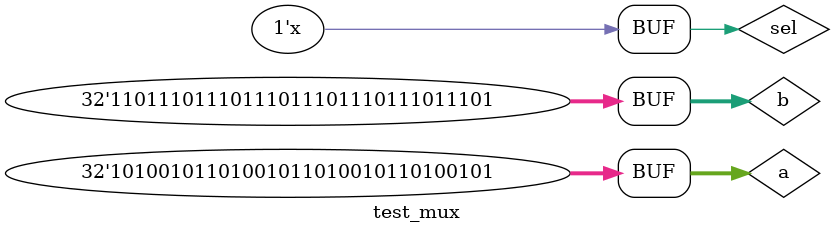
<source format=v>
`timescale 1ns / 1ps


module test_mux;

	// Inputs
	reg [31:0] a;
	reg [31:0] b;
	reg sel;

	// Outputs
	wire [31:0] y;

	// Instantiate the Unit Under Test (UUT)
	MUX uut (
		.a(a), 
		.b(b), 
		.sel(sel), 
		.y(y)
	);

	initial 
	begin
		a = 32'hAAAAAAAA;
		b = 32'h55555555;
		sel = 1'b1;
		#10;
		a = 32'h00000000;
		#10;
		sel = 1'b1;
		#10;
		b = 32'hFFFFFFFF;
		#5; 
		a = 32'hA5A5A5A5;
		#5;
		sel = 1'b0;
		b = 32 'hDDDDDDDD;
		#5;
		sel = 1'bx;
	end
	
	always @(*)
	begin
	    #1;
		 $display("At t = %0d sel = %b a = %h b = %h y = %h", 
		     $time, sel, a, b, y);
	end
      
endmodule


</source>
